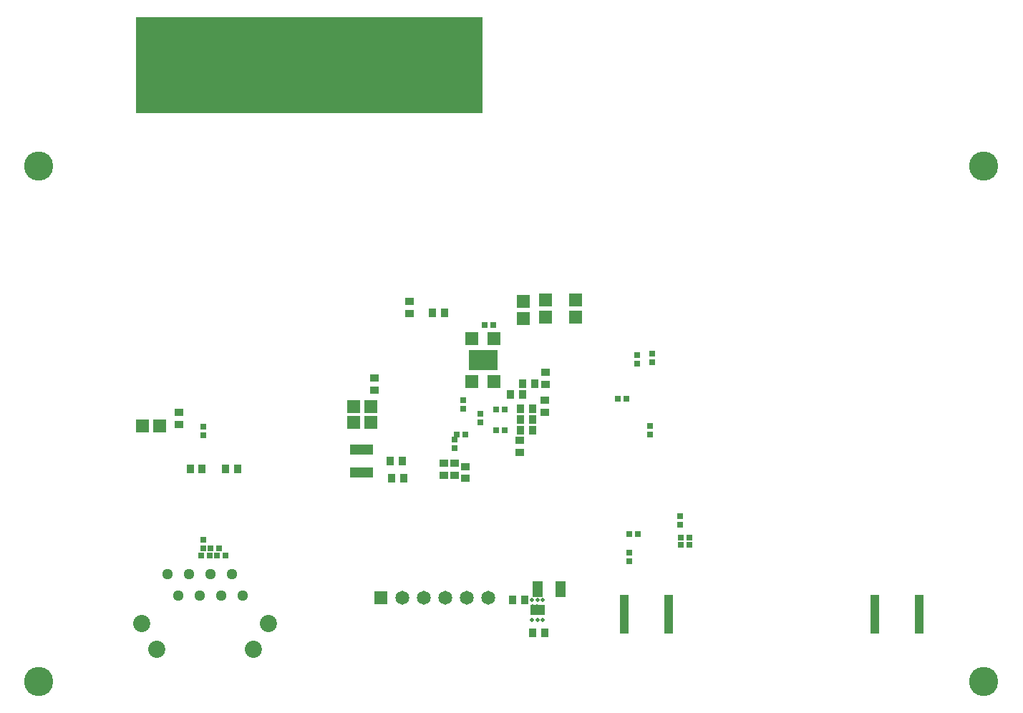
<source format=gbs>
G04*
G04 #@! TF.GenerationSoftware,Altium Limited,Altium Designer,21.5.1 (32)*
G04*
G04 Layer_Color=16711935*
%FSLAX25Y25*%
%MOIN*%
G70*
G04*
G04 #@! TF.SameCoordinates,2FE26025-303F-4DC1-B2D2-7F731E1EADFF*
G04*
G04*
G04 #@! TF.FilePolarity,Negative*
G04*
G01*
G75*
%ADD17R,1.61500X0.44500*%
%ADD33R,0.02559X0.02953*%
%ADD34R,0.03740X0.04134*%
%ADD39R,0.02953X0.02559*%
%ADD40R,0.04134X0.03740*%
%ADD45R,0.06102X0.06496*%
%ADD46R,0.06496X0.06102*%
%ADD81R,0.03937X0.17953*%
%ADD83R,0.30891X0.40591*%
%ADD84R,0.02559X0.40591*%
%ADD86R,0.10827X0.04921*%
%ADD87C,0.06496*%
%ADD88R,0.06496X0.06496*%
%ADD89C,0.07991*%
%ADD90C,0.05091*%
%ADD91C,0.13591*%
%ADD173R,0.01000X0.01500*%
%ADD174R,0.06102X0.06102*%
%ADD175R,0.13583X0.09252*%
%ADD176O,0.01772X0.01968*%
%ADD177R,0.06890X0.04528*%
%ADD178R,0.04921X0.07284*%
D17*
X182816Y343500D02*
D03*
D33*
X133500Y174969D02*
D03*
Y171031D02*
D03*
X262316Y177032D02*
D03*
Y180968D02*
D03*
X250315Y168968D02*
D03*
Y165032D02*
D03*
X254315Y183531D02*
D03*
Y187469D02*
D03*
X133316Y122468D02*
D03*
Y118532D02*
D03*
X335315Y204532D02*
D03*
Y208469D02*
D03*
X342316Y205031D02*
D03*
Y208968D02*
D03*
X341316Y171531D02*
D03*
Y175469D02*
D03*
X331816Y112531D02*
D03*
Y116469D02*
D03*
X355315Y133468D02*
D03*
Y129532D02*
D03*
D34*
X149256Y155500D02*
D03*
X143744D02*
D03*
X127244Y155500D02*
D03*
X132756D02*
D03*
X226571Y151000D02*
D03*
X221060D02*
D03*
X226071Y159000D02*
D03*
X220560D02*
D03*
X281060Y173500D02*
D03*
X286571D02*
D03*
X281060Y183500D02*
D03*
X286571D02*
D03*
X281060Y178500D02*
D03*
X286571D02*
D03*
X276560Y190000D02*
D03*
X282071D02*
D03*
X282060Y195000D02*
D03*
X287571D02*
D03*
X245571Y228000D02*
D03*
X240060D02*
D03*
X286744Y79000D02*
D03*
X292256D02*
D03*
X283071Y94500D02*
D03*
X277560D02*
D03*
D39*
X264531Y222500D02*
D03*
X268468D02*
D03*
X143816Y115000D02*
D03*
X139878D02*
D03*
X132347Y115000D02*
D03*
X136284D02*
D03*
X269847Y183000D02*
D03*
X273784D02*
D03*
X251347Y171500D02*
D03*
X255284D02*
D03*
X269847Y173500D02*
D03*
X273784D02*
D03*
X140784Y118500D02*
D03*
X136847D02*
D03*
X330284Y188000D02*
D03*
X326347D02*
D03*
X359816Y120000D02*
D03*
X355878D02*
D03*
X359784Y123500D02*
D03*
X355847D02*
D03*
X331847Y125000D02*
D03*
X335784D02*
D03*
D40*
X122000Y176244D02*
D03*
Y181756D02*
D03*
X292815Y200256D02*
D03*
Y194744D02*
D03*
X280816Y168756D02*
D03*
Y163244D02*
D03*
X292316Y187256D02*
D03*
Y181744D02*
D03*
X255315Y156575D02*
D03*
Y151063D02*
D03*
X245316Y158075D02*
D03*
Y152563D02*
D03*
X213000Y197756D02*
D03*
Y192244D02*
D03*
X250315Y158075D02*
D03*
Y152563D02*
D03*
X229315Y227744D02*
D03*
Y233256D02*
D03*
D45*
X112937Y175500D02*
D03*
X105063D02*
D03*
X211252Y177000D02*
D03*
X203379D02*
D03*
X211252Y184500D02*
D03*
X203379D02*
D03*
D46*
X306816Y226063D02*
D03*
Y233937D02*
D03*
X282315Y225563D02*
D03*
Y233437D02*
D03*
X292815Y226063D02*
D03*
Y233937D02*
D03*
D81*
X446185Y87677D02*
D03*
X466815D02*
D03*
X329501D02*
D03*
X350131D02*
D03*
D83*
X168716Y341775D02*
D03*
X121415D02*
D03*
D84*
X259615D02*
D03*
X256466D02*
D03*
X253315D02*
D03*
X250166D02*
D03*
X247016D02*
D03*
X243865D02*
D03*
X240716D02*
D03*
X237565D02*
D03*
X231265D02*
D03*
X234416D02*
D03*
X228116D02*
D03*
X224966D02*
D03*
X221815D02*
D03*
X218666D02*
D03*
X215515D02*
D03*
X212366D02*
D03*
X209215D02*
D03*
X202916D02*
D03*
X199766D02*
D03*
X206066D02*
D03*
D86*
X207000Y153685D02*
D03*
Y164315D02*
D03*
D87*
X266000Y95500D02*
D03*
X256000D02*
D03*
X246000D02*
D03*
X236000D02*
D03*
X226000D02*
D03*
D88*
X216000D02*
D03*
D89*
X163815Y83500D02*
D03*
X104815D02*
D03*
X156816Y71500D02*
D03*
X111816D02*
D03*
D90*
X146816Y106500D02*
D03*
X151815Y96500D02*
D03*
X141815D02*
D03*
X136816Y106500D02*
D03*
X131816Y96500D02*
D03*
X126815Y106500D02*
D03*
X121816Y96500D02*
D03*
X116815Y106500D02*
D03*
D91*
X496866Y296450D02*
D03*
Y56450D02*
D03*
X56866D02*
D03*
Y296450D02*
D03*
D173*
X288815Y89250D02*
D03*
X286816D02*
D03*
X288815Y91750D02*
D03*
X286816D02*
D03*
D174*
X268700Y216000D02*
D03*
X258500D02*
D03*
Y196000D02*
D03*
X268700D02*
D03*
D175*
X263600Y206000D02*
D03*
D176*
X286441Y94500D02*
D03*
X289000D02*
D03*
X291559D02*
D03*
Y85248D02*
D03*
X289000D02*
D03*
X286441D02*
D03*
D177*
X289000Y89874D02*
D03*
D178*
X299630Y99500D02*
D03*
X289001D02*
D03*
M02*

</source>
